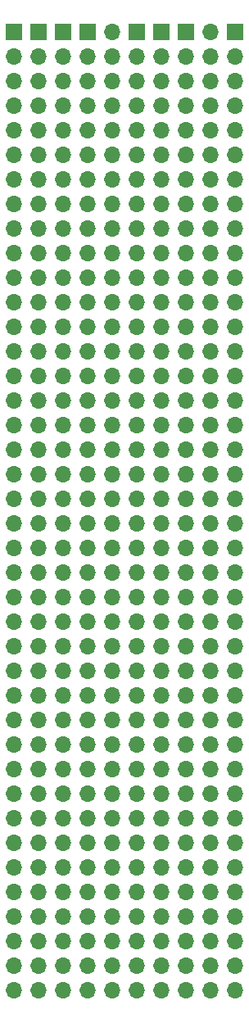
<source format=gts>
G04 #@! TF.GenerationSoftware,KiCad,Pcbnew,(6.0.1)*
G04 #@! TF.CreationDate,2022-08-30T15:24:38-04:00*
G04 #@! TF.ProjectId,ITX-BKOUT,4954582d-424b-44f5-9554-2e6b69636164,1*
G04 #@! TF.SameCoordinates,Original*
G04 #@! TF.FileFunction,Soldermask,Top*
G04 #@! TF.FilePolarity,Negative*
%FSLAX46Y46*%
G04 Gerber Fmt 4.6, Leading zero omitted, Abs format (unit mm)*
G04 Created by KiCad (PCBNEW (6.0.1)) date 2022-08-30 15:24:38*
%MOMM*%
%LPD*%
G01*
G04 APERTURE LIST*
%ADD10R,1.700000X1.700000*%
%ADD11O,1.700000X1.700000*%
G04 APERTURE END LIST*
D10*
X134620000Y-53340000D03*
D11*
X137160000Y-53340000D03*
X134620000Y-55880000D03*
X137160000Y-55880000D03*
X134620000Y-58420000D03*
X137160000Y-58420000D03*
X134620000Y-60960000D03*
X137160000Y-60960000D03*
X134620000Y-63500000D03*
X137160000Y-63500000D03*
X134620000Y-66040000D03*
X137160000Y-66040000D03*
X134620000Y-68580000D03*
X137160000Y-68580000D03*
X134620000Y-71120000D03*
X137160000Y-71120000D03*
X134620000Y-73660000D03*
X137160000Y-73660000D03*
X134620000Y-76200000D03*
X137160000Y-76200000D03*
X134620000Y-78740000D03*
X137160000Y-78740000D03*
X134620000Y-81280000D03*
X137160000Y-81280000D03*
X134620000Y-83820000D03*
X137160000Y-83820000D03*
X134620000Y-86360000D03*
X137160000Y-86360000D03*
X134620000Y-88900000D03*
X137160000Y-88900000D03*
X134620000Y-91440000D03*
X137160000Y-91440000D03*
X134620000Y-93980000D03*
X137160000Y-93980000D03*
X134620000Y-96520000D03*
X137160000Y-96520000D03*
X134620000Y-99060000D03*
X137160000Y-99060000D03*
X134620000Y-101600000D03*
X137160000Y-101600000D03*
X134620000Y-104140000D03*
X137160000Y-104140000D03*
X134620000Y-106680000D03*
X137160000Y-106680000D03*
X134620000Y-109220000D03*
X137160000Y-109220000D03*
X134620000Y-111760000D03*
X137160000Y-111760000D03*
X134620000Y-114300000D03*
X137160000Y-114300000D03*
X134620000Y-116840000D03*
X137160000Y-116840000D03*
X134620000Y-119380000D03*
X137160000Y-119380000D03*
X134620000Y-121920000D03*
X137160000Y-121920000D03*
X134620000Y-124460000D03*
X137160000Y-124460000D03*
X134620000Y-127000000D03*
X137160000Y-127000000D03*
X134620000Y-129540000D03*
X137160000Y-129540000D03*
X134620000Y-132080000D03*
X137160000Y-132080000D03*
X134620000Y-134620000D03*
X137160000Y-134620000D03*
X134620000Y-137160000D03*
X137160000Y-137160000D03*
X134620000Y-139700000D03*
X137160000Y-139700000D03*
X134620000Y-142240000D03*
X137160000Y-142240000D03*
X134620000Y-144780000D03*
X137160000Y-144780000D03*
X134620000Y-147320000D03*
X137160000Y-147320000D03*
X134620000Y-149860000D03*
X137160000Y-149860000D03*
X134620000Y-152400000D03*
X137160000Y-152400000D03*
D10*
X149860000Y-53340000D03*
D11*
X147320000Y-53340000D03*
X149860000Y-55880000D03*
X147320000Y-55880000D03*
X149860000Y-58420000D03*
X147320000Y-58420000D03*
X149860000Y-60960000D03*
X147320000Y-60960000D03*
X149860000Y-63500000D03*
X147320000Y-63500000D03*
X149860000Y-66040000D03*
X147320000Y-66040000D03*
X149860000Y-68580000D03*
X147320000Y-68580000D03*
X149860000Y-71120000D03*
X147320000Y-71120000D03*
X149860000Y-73660000D03*
X147320000Y-73660000D03*
X149860000Y-76200000D03*
X147320000Y-76200000D03*
X149860000Y-78740000D03*
X147320000Y-78740000D03*
X149860000Y-81280000D03*
X147320000Y-81280000D03*
X149860000Y-83820000D03*
X147320000Y-83820000D03*
X149860000Y-86360000D03*
X147320000Y-86360000D03*
X149860000Y-88900000D03*
X147320000Y-88900000D03*
X149860000Y-91440000D03*
X147320000Y-91440000D03*
X149860000Y-93980000D03*
X147320000Y-93980000D03*
X149860000Y-96520000D03*
X147320000Y-96520000D03*
X149860000Y-99060000D03*
X147320000Y-99060000D03*
X149860000Y-101600000D03*
X147320000Y-101600000D03*
X149860000Y-104140000D03*
X147320000Y-104140000D03*
X149860000Y-106680000D03*
X147320000Y-106680000D03*
X149860000Y-109220000D03*
X147320000Y-109220000D03*
X149860000Y-111760000D03*
X147320000Y-111760000D03*
X149860000Y-114300000D03*
X147320000Y-114300000D03*
X149860000Y-116840000D03*
X147320000Y-116840000D03*
X149860000Y-119380000D03*
X147320000Y-119380000D03*
X149860000Y-121920000D03*
X147320000Y-121920000D03*
X149860000Y-124460000D03*
X147320000Y-124460000D03*
X149860000Y-127000000D03*
X147320000Y-127000000D03*
X149860000Y-129540000D03*
X147320000Y-129540000D03*
X149860000Y-132080000D03*
X147320000Y-132080000D03*
X149860000Y-134620000D03*
X147320000Y-134620000D03*
X149860000Y-137160000D03*
X147320000Y-137160000D03*
X149860000Y-139700000D03*
X147320000Y-139700000D03*
X149860000Y-142240000D03*
X147320000Y-142240000D03*
X149860000Y-144780000D03*
X147320000Y-144780000D03*
X149860000Y-147320000D03*
X147320000Y-147320000D03*
X149860000Y-149860000D03*
X147320000Y-149860000D03*
X149860000Y-152400000D03*
X147320000Y-152400000D03*
D10*
X142240000Y-53340000D03*
D11*
X142240000Y-55880000D03*
X142240000Y-58420000D03*
X142240000Y-60960000D03*
X142240000Y-63500000D03*
X142240000Y-66040000D03*
X142240000Y-68580000D03*
X142240000Y-71120000D03*
X142240000Y-73660000D03*
X142240000Y-76200000D03*
X142240000Y-78740000D03*
X142240000Y-81280000D03*
X142240000Y-83820000D03*
X142240000Y-86360000D03*
X142240000Y-88900000D03*
X142240000Y-91440000D03*
X142240000Y-93980000D03*
X142240000Y-96520000D03*
X142240000Y-99060000D03*
X142240000Y-101600000D03*
X142240000Y-104140000D03*
X142240000Y-106680000D03*
X142240000Y-109220000D03*
X142240000Y-111760000D03*
X142240000Y-114300000D03*
X142240000Y-116840000D03*
X142240000Y-119380000D03*
X142240000Y-121920000D03*
X142240000Y-124460000D03*
X142240000Y-127000000D03*
X142240000Y-129540000D03*
X142240000Y-132080000D03*
X142240000Y-134620000D03*
X142240000Y-137160000D03*
X142240000Y-139700000D03*
X142240000Y-142240000D03*
X142240000Y-144780000D03*
X142240000Y-147320000D03*
X142240000Y-149860000D03*
X142240000Y-152400000D03*
D10*
X144780000Y-53340000D03*
D11*
X144780000Y-55880000D03*
X144780000Y-58420000D03*
X144780000Y-60960000D03*
X144780000Y-63500000D03*
X144780000Y-66040000D03*
X144780000Y-68580000D03*
X144780000Y-71120000D03*
X144780000Y-73660000D03*
X144780000Y-76200000D03*
X144780000Y-78740000D03*
X144780000Y-81280000D03*
X144780000Y-83820000D03*
X144780000Y-86360000D03*
X144780000Y-88900000D03*
X144780000Y-91440000D03*
X144780000Y-93980000D03*
X144780000Y-96520000D03*
X144780000Y-99060000D03*
X144780000Y-101600000D03*
X144780000Y-104140000D03*
X144780000Y-106680000D03*
X144780000Y-109220000D03*
X144780000Y-111760000D03*
X144780000Y-114300000D03*
X144780000Y-116840000D03*
X144780000Y-119380000D03*
X144780000Y-121920000D03*
X144780000Y-124460000D03*
X144780000Y-127000000D03*
X144780000Y-129540000D03*
X144780000Y-132080000D03*
X144780000Y-134620000D03*
X144780000Y-137160000D03*
X144780000Y-139700000D03*
X144780000Y-142240000D03*
X144780000Y-144780000D03*
X144780000Y-147320000D03*
X144780000Y-149860000D03*
X144780000Y-152400000D03*
D10*
X139700000Y-53340000D03*
D11*
X139700000Y-55880000D03*
X139700000Y-58420000D03*
X139700000Y-60960000D03*
X139700000Y-63500000D03*
X139700000Y-66040000D03*
X139700000Y-68580000D03*
X139700000Y-71120000D03*
X139700000Y-73660000D03*
X139700000Y-76200000D03*
X139700000Y-78740000D03*
X139700000Y-81280000D03*
X139700000Y-83820000D03*
X139700000Y-86360000D03*
X139700000Y-88900000D03*
X139700000Y-91440000D03*
X139700000Y-93980000D03*
X139700000Y-96520000D03*
X139700000Y-99060000D03*
X139700000Y-101600000D03*
X139700000Y-104140000D03*
X139700000Y-106680000D03*
X139700000Y-109220000D03*
X139700000Y-111760000D03*
X139700000Y-114300000D03*
X139700000Y-116840000D03*
X139700000Y-119380000D03*
X139700000Y-121920000D03*
X139700000Y-124460000D03*
X139700000Y-127000000D03*
X139700000Y-129540000D03*
X139700000Y-132080000D03*
X139700000Y-134620000D03*
X139700000Y-137160000D03*
X139700000Y-139700000D03*
X139700000Y-142240000D03*
X139700000Y-144780000D03*
X139700000Y-147320000D03*
X139700000Y-149860000D03*
X139700000Y-152400000D03*
D10*
X127000000Y-53340000D03*
D11*
X127000000Y-55880000D03*
X127000000Y-58420000D03*
X127000000Y-60960000D03*
X127000000Y-63500000D03*
X127000000Y-66040000D03*
X127000000Y-68580000D03*
X127000000Y-71120000D03*
X127000000Y-73660000D03*
X127000000Y-76200000D03*
X127000000Y-78740000D03*
X127000000Y-81280000D03*
X127000000Y-83820000D03*
X127000000Y-86360000D03*
X127000000Y-88900000D03*
X127000000Y-91440000D03*
X127000000Y-93980000D03*
X127000000Y-96520000D03*
X127000000Y-99060000D03*
X127000000Y-101600000D03*
X127000000Y-104140000D03*
X127000000Y-106680000D03*
X127000000Y-109220000D03*
X127000000Y-111760000D03*
X127000000Y-114300000D03*
X127000000Y-116840000D03*
X127000000Y-119380000D03*
X127000000Y-121920000D03*
X127000000Y-124460000D03*
X127000000Y-127000000D03*
X127000000Y-129540000D03*
X127000000Y-132080000D03*
X127000000Y-134620000D03*
X127000000Y-137160000D03*
X127000000Y-139700000D03*
X127000000Y-142240000D03*
X127000000Y-144780000D03*
X127000000Y-147320000D03*
X127000000Y-149860000D03*
X127000000Y-152400000D03*
D10*
X129540000Y-53340000D03*
D11*
X129540000Y-55880000D03*
X129540000Y-58420000D03*
X129540000Y-60960000D03*
X129540000Y-63500000D03*
X129540000Y-66040000D03*
X129540000Y-68580000D03*
X129540000Y-71120000D03*
X129540000Y-73660000D03*
X129540000Y-76200000D03*
X129540000Y-78740000D03*
X129540000Y-81280000D03*
X129540000Y-83820000D03*
X129540000Y-86360000D03*
X129540000Y-88900000D03*
X129540000Y-91440000D03*
X129540000Y-93980000D03*
X129540000Y-96520000D03*
X129540000Y-99060000D03*
X129540000Y-101600000D03*
X129540000Y-104140000D03*
X129540000Y-106680000D03*
X129540000Y-109220000D03*
X129540000Y-111760000D03*
X129540000Y-114300000D03*
X129540000Y-116840000D03*
X129540000Y-119380000D03*
X129540000Y-121920000D03*
X129540000Y-124460000D03*
X129540000Y-127000000D03*
X129540000Y-129540000D03*
X129540000Y-132080000D03*
X129540000Y-134620000D03*
X129540000Y-137160000D03*
X129540000Y-139700000D03*
X129540000Y-142240000D03*
X129540000Y-144780000D03*
X129540000Y-147320000D03*
X129540000Y-149860000D03*
X129540000Y-152400000D03*
D10*
X132080000Y-53340000D03*
D11*
X132080000Y-55880000D03*
X132080000Y-58420000D03*
X132080000Y-60960000D03*
X132080000Y-63500000D03*
X132080000Y-66040000D03*
X132080000Y-68580000D03*
X132080000Y-71120000D03*
X132080000Y-73660000D03*
X132080000Y-76200000D03*
X132080000Y-78740000D03*
X132080000Y-81280000D03*
X132080000Y-83820000D03*
X132080000Y-86360000D03*
X132080000Y-88900000D03*
X132080000Y-91440000D03*
X132080000Y-93980000D03*
X132080000Y-96520000D03*
X132080000Y-99060000D03*
X132080000Y-101600000D03*
X132080000Y-104140000D03*
X132080000Y-106680000D03*
X132080000Y-109220000D03*
X132080000Y-111760000D03*
X132080000Y-114300000D03*
X132080000Y-116840000D03*
X132080000Y-119380000D03*
X132080000Y-121920000D03*
X132080000Y-124460000D03*
X132080000Y-127000000D03*
X132080000Y-129540000D03*
X132080000Y-132080000D03*
X132080000Y-134620000D03*
X132080000Y-137160000D03*
X132080000Y-139700000D03*
X132080000Y-142240000D03*
X132080000Y-144780000D03*
X132080000Y-147320000D03*
X132080000Y-149860000D03*
X132080000Y-152400000D03*
M02*

</source>
